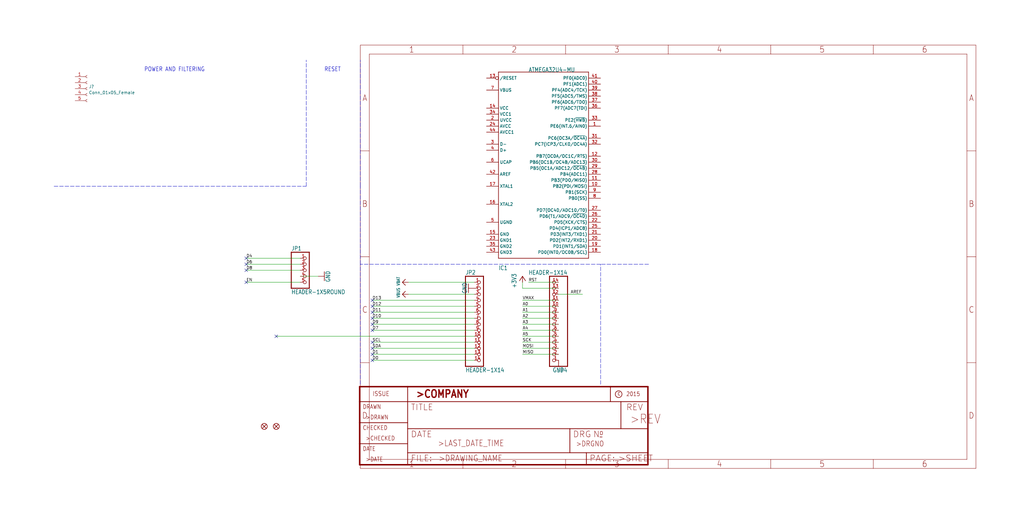
<source format=kicad_sch>
(kicad_sch (version 20211123) (generator eeschema)
  (paper "User" 433.07 220.421)
  (lib_symbols
    (symbol "Connector:Conn_01x05_Female" (pin_names (offset 1.016) hide)
      (property "Reference" "J" (at 0 7.62 0))
      (property "Value" "Conn_01x05_Female" (at 0 -7.62 0))
      (symbol "Conn_01x05_Female_1_1"
        (arc (start 0 -4.572) (mid -0.508 -5.08) (end 0 -5.588) (stroke (width 0.1524)))
        (arc (start 0 -2.032) (mid -0.508 -2.54) (end 0 -3.048) (stroke (width 0.1524)))
        (polyline (pts (xy -1.27 -5.08) (xy -0.508 -5.08)) (stroke (width 0.1524)))
        (polyline (pts (xy -1.27 -2.54) (xy -0.508 -2.54)) (stroke (width 0.1524)))
        (polyline (pts (xy -1.27 0) (xy -0.508 0)) (stroke (width 0.1524)))
        (polyline (pts (xy -1.27 2.54) (xy -0.508 2.54)) (stroke (width 0.1524)))
        (polyline (pts (xy -1.27 5.08) (xy -0.508 5.08)) (stroke (width 0.1524)))
        (arc (start 0 0.508) (mid -0.508 0) (end 0 -0.508) (stroke (width 0.1524)))
        (arc (start 0 3.048) (mid -0.508 2.54) (end 0 2.032) (stroke (width 0.1524)))
        (arc (start 0 5.588) (mid -0.508 5.08) (end 0 4.572) (stroke (width 0.1524)))
        (pin passive line (at -5.08 5.08 0) (length 3.81) (name "Pin_1") (number "1"))
        (pin passive line (at -5.08 2.54 0) (length 3.81) (name "Pin_2") (number "2"))
        (pin passive line (at -5.08 0 0) (length 3.81) (name "Pin_3") (number "3"))
        (pin passive line (at -5.08 -2.54 0) (length 3.81) (name "Pin_4") (number "4"))
        (pin passive line (at -5.08 -5.08 0) (length 3.81) (name "Pin_5") (number "5"))
      )
    )
    (symbol "Itsy Bitsy 32u4 3V-eagle-import:+3V3" (power)
      (property "Value" "+3V3" (at -2.54 -5.08 90))
      (symbol "+3V3_1_0"
        (polyline (pts (xy 0 0) (xy -1.27 -1.905)) (stroke (width 0.254)))
        (polyline (pts (xy 1.27 -1.905) (xy 0 0)) (stroke (width 0.254)))
        (pin power_in line (at 0 -2.54 90) (length 2.54) (name "+3V3") (number "1"))
      )
    )
    (symbol "Itsy Bitsy 32u4 3V-eagle-import:ATMEGA32U4-MU"
      (property "Reference" "IC" (at -17.78 -38.1 0))
      (property "Value" "ATMEGA32U4-MU" (at -5.08 45.72 0))
      (symbol "ATMEGA32U4-MU_1_0"
        (polyline (pts (xy -17.78 -33.02) (xy -17.78 45.72)) (stroke (width 0.254)))
        (polyline (pts (xy -17.78 45.72) (xy 20.32 45.72)) (stroke (width 0.254)))
        (polyline (pts (xy 20.32 -33.02) (xy -17.78 -33.02)) (stroke (width 0.254)))
        (polyline (pts (xy 20.32 45.72) (xy 20.32 -33.02)) (stroke (width 0.254)))
        (pin bidirectional line (at 25.4 22.86 180) (length 5.08) (name "PE6(INT.6/AIN0)") (number "1"))
        (pin bidirectional line (at 25.4 -2.54 180) (length 5.08) (name "PB2(PDI/MOSI)") (number "10"))
        (pin bidirectional line (at 25.4 0 180) (length 5.08) (name "PB3(PDO/MISO)") (number "11"))
        (pin bidirectional line (at 25.4 10.16 180) (length 5.08) (name "PB7(OC0A/OC1C/RTS)") (number "12"))
        (pin bidirectional inverted (at -22.86 43.18 0) (length 5.08) (name "/RESET") (number "13"))
        (pin bidirectional line (at -22.86 30.48 0) (length 5.08) (name "VCC") (number "14"))
        (pin bidirectional line (at -22.86 -22.86 0) (length 5.08) (name "GND") (number "15"))
        (pin bidirectional line (at -22.86 -10.16 0) (length 5.08) (name "XTAL2") (number "16"))
        (pin bidirectional line (at -22.86 -2.54 0) (length 5.08) (name "XTAL1") (number "17"))
        (pin bidirectional line (at 25.4 -30.48 180) (length 5.08) (name "PD0(INT0/OC0B/SCL)") (number "18"))
        (pin bidirectional line (at 25.4 -27.94 180) (length 5.08) (name "PD1(INT1/SDA)") (number "19"))
        (pin bidirectional line (at -22.86 25.4 0) (length 5.08) (name "UVCC") (number "2"))
        (pin bidirectional line (at 25.4 -25.4 180) (length 5.08) (name "PD2(INT2/RXD1)") (number "20"))
        (pin bidirectional line (at 25.4 -22.86 180) (length 5.08) (name "PD3(INT3/TXD1)") (number "21"))
        (pin bidirectional line (at 25.4 -17.78 180) (length 5.08) (name "PD5(XCK/CTS)") (number "22"))
        (pin bidirectional line (at -22.86 -25.4 0) (length 5.08) (name "GND1") (number "23"))
        (pin bidirectional line (at -22.86 22.86 0) (length 5.08) (name "AVCC") (number "24"))
        (pin bidirectional line (at 25.4 -20.32 180) (length 5.08) (name "PD4(ICP1/ADC8)") (number "25"))
        (pin bidirectional line (at 25.4 -15.24 180) (length 5.08) (name "PD6(T1/ADC9/~{OC4D})") (number "26"))
        (pin bidirectional line (at 25.4 -12.7 180) (length 5.08) (name "PD7(OC4D/ADC10/T0)") (number "27"))
        (pin bidirectional line (at 25.4 2.54 180) (length 5.08) (name "PB4(ADC11)") (number "28"))
        (pin bidirectional line (at 25.4 5.08 180) (length 5.08) (name "PB5(OC1A/ADC12/~{OC4B})") (number "29"))
        (pin bidirectional line (at -22.86 15.24 0) (length 5.08) (name "D-") (number "3"))
        (pin bidirectional line (at 25.4 7.62 180) (length 5.08) (name "PB6(OC1B/OC4B/ADC13)") (number "30"))
        (pin bidirectional line (at 25.4 17.78 180) (length 5.08) (name "PC6(OC3A/~{OC4A})") (number "31"))
        (pin bidirectional line (at 25.4 15.24 180) (length 5.08) (name "PC7(ICP3/CLK0/OC4A)") (number "32"))
        (pin bidirectional line (at 25.4 25.4 180) (length 5.08) (name "PE2(~{HWB})") (number "33"))
        (pin bidirectional line (at -22.86 27.94 0) (length 5.08) (name "VCC1") (number "34"))
        (pin bidirectional line (at -22.86 -27.94 0) (length 5.08) (name "GND2") (number "35"))
        (pin bidirectional line (at 25.4 30.48 180) (length 5.08) (name "PF7(ADC7(TDI)") (number "36"))
        (pin bidirectional line (at 25.4 33.02 180) (length 5.08) (name "PF6(ADC6/TDO)") (number "37"))
        (pin bidirectional line (at 25.4 35.56 180) (length 5.08) (name "PF5(ADC5/TMS)") (number "38"))
        (pin bidirectional line (at 25.4 38.1 180) (length 5.08) (name "PF4(ADC4/TCK)") (number "39"))
        (pin bidirectional line (at -22.86 12.7 0) (length 5.08) (name "D+") (number "4"))
        (pin bidirectional line (at 25.4 40.64 180) (length 5.08) (name "PF1(ADC1)") (number "40"))
        (pin bidirectional line (at 25.4 43.18 180) (length 5.08) (name "PF0(ADC0)") (number "41"))
        (pin bidirectional line (at -22.86 2.54 0) (length 5.08) (name "AREF") (number "42"))
        (pin bidirectional line (at -22.86 -30.48 0) (length 5.08) (name "GND3") (number "43"))
        (pin bidirectional line (at -22.86 20.32 0) (length 5.08) (name "AVCC1") (number "44"))
        (pin bidirectional line (at -22.86 -17.78 0) (length 5.08) (name "UGND") (number "5"))
        (pin bidirectional line (at -22.86 7.62 0) (length 5.08) (name "UCAP") (number "6"))
        (pin bidirectional line (at -22.86 38.1 0) (length 5.08) (name "VBUS") (number "7"))
        (pin bidirectional line (at 25.4 -7.62 180) (length 5.08) (name "PB0(SS)") (number "8"))
        (pin bidirectional line (at 25.4 -5.08 180) (length 5.08) (name "PB1(SCK)") (number "9"))
      )
    )
    (symbol "Itsy Bitsy 32u4 3V-eagle-import:FIDUCIAL{dblquote}{dblquote}"
      (symbol "FIDUCIAL{dblquote}{dblquote}_1_0"
        (polyline (pts (xy -0.762 0.762) (xy 0.762 -0.762)) (stroke (width 0.254)))
        (polyline (pts (xy 0.762 0.762) (xy -0.762 -0.762)) (stroke (width 0.254)))
        (circle (center 0 0) (radius 1.27) (stroke (width 0.254)))
      )
    )
    (symbol "Itsy Bitsy 32u4 3V-eagle-import:FRAME_A4"
      (symbol "FRAME_A4_0_0"
        (polyline (pts (xy 0 44.7675) (xy 3.81 44.7675)))
        (polyline (pts (xy 0 89.535) (xy 3.81 89.535)))
        (polyline (pts (xy 0 134.3025) (xy 3.81 134.3025)))
        (polyline (pts (xy 3.81 3.81) (xy 3.81 175.26)))
        (polyline (pts (xy 43.3917 0) (xy 43.3917 3.81)))
        (polyline (pts (xy 43.3917 175.26) (xy 43.3917 179.07)))
        (polyline (pts (xy 86.7833 0) (xy 86.7833 3.81)))
        (polyline (pts (xy 86.7833 175.26) (xy 86.7833 179.07)))
        (polyline (pts (xy 130.175 0) (xy 130.175 3.81)))
        (polyline (pts (xy 130.175 175.26) (xy 130.175 179.07)))
        (polyline (pts (xy 173.5667 0) (xy 173.5667 3.81)))
        (polyline (pts (xy 173.5667 175.26) (xy 173.5667 179.07)))
        (polyline (pts (xy 216.9583 0) (xy 216.9583 3.81)))
        (polyline (pts (xy 216.9583 175.26) (xy 216.9583 179.07)))
        (polyline (pts (xy 256.54 3.81) (xy 3.81 3.81)))
        (polyline (pts (xy 256.54 3.81) (xy 256.54 175.26)))
        (polyline (pts (xy 256.54 44.7675) (xy 260.35 44.7675)))
        (polyline (pts (xy 256.54 89.535) (xy 260.35 89.535)))
        (polyline (pts (xy 256.54 134.3025) (xy 260.35 134.3025)))
        (polyline (pts (xy 256.54 175.26) (xy 3.81 175.26)))
        (polyline (pts (xy 0 0) (xy 260.35 0) (xy 260.35 179.07) (xy 0 179.07) (xy 0 0)))
        (text "1" (at 21.6958 1.905 0) (effects (font (size 2.54 2.286))))
        (text "1" (at 21.6958 177.165 0) (effects (font (size 2.54 2.286))))
        (text "2" (at 65.0875 1.905 0) (effects (font (size 2.54 2.286))))
        (text "2" (at 65.0875 177.165 0) (effects (font (size 2.54 2.286))))
        (text "3" (at 108.4792 1.905 0) (effects (font (size 2.54 2.286))))
        (text "3" (at 108.4792 177.165 0) (effects (font (size 2.54 2.286))))
        (text "4" (at 151.8708 1.905 0) (effects (font (size 2.54 2.286))))
        (text "4" (at 151.8708 177.165 0) (effects (font (size 2.54 2.286))))
        (text "5" (at 195.2625 1.905 0) (effects (font (size 2.54 2.286))))
        (text "5" (at 195.2625 177.165 0) (effects (font (size 2.54 2.286))))
        (text "6" (at 238.6542 1.905 0) (effects (font (size 2.54 2.286))))
        (text "6" (at 238.6542 177.165 0) (effects (font (size 2.54 2.286))))
        (text "A" (at 1.905 156.6863 0) (effects (font (size 2.54 2.286))))
        (text "A" (at 258.445 156.6863 0) (effects (font (size 2.54 2.286))))
        (text "B" (at 1.905 111.9188 0) (effects (font (size 2.54 2.286))))
        (text "B" (at 258.445 111.9188 0) (effects (font (size 2.54 2.286))))
        (text "C" (at 1.905 67.1513 0) (effects (font (size 2.54 2.286))))
        (text "C" (at 258.445 67.1513 0) (effects (font (size 2.54 2.286))))
        (text "D" (at 1.905 22.3838 0) (effects (font (size 2.54 2.286))))
        (text "D" (at 258.445 22.3838 0) (effects (font (size 2.54 2.286))))
      )
      (symbol "FRAME_A4_1_0"
        (polyline (pts (xy 256.54 3.81) (xy 256.54 8.89)) (stroke (width 0.1016)))
        (polyline (pts (xy 256.54 8.89) (xy 256.54 13.97)) (stroke (width 0.1016)))
        (polyline (pts (xy 256.54 13.97) (xy 256.54 19.05)) (stroke (width 0.1016)))
        (polyline (pts (xy 256.54 19.05) (xy 256.54 36.83)) (stroke (width 0.1016)))
      )
      (symbol "FRAME_A4_2_0"
        (polyline (pts (xy -0.3048 1.5748) (xy 20.0152 1.5748)) (stroke (width 0.6096)))
        (polyline (pts (xy -0.3048 10.4648) (xy -0.3048 1.5748)) (stroke (width 0.6096)))
        (polyline (pts (xy -0.3048 10.4648) (xy 20.0152 10.4648)) (stroke (width 0.3048)))
        (polyline (pts (xy -0.3048 19.3548) (xy -0.3048 10.4648)) (stroke (width 0.6096)))
        (polyline (pts (xy -0.3048 19.3548) (xy 20.0152 19.3548)) (stroke (width 0.3048)))
        (polyline (pts (xy -0.3048 28.2448) (xy -0.3048 19.3548)) (stroke (width 0.6096)))
        (polyline (pts (xy -0.3048 28.2448) (xy 20.0152 28.2448)) (stroke (width 0.3048)))
        (polyline (pts (xy -0.3048 34.5948) (xy -0.3048 28.2448)) (stroke (width 0.6096)))
        (polyline (pts (xy 20.0152 1.5748) (xy 20.0152 6.6548)) (stroke (width 0.3048)))
        (polyline (pts (xy 20.0152 1.5748) (xy 95.5802 1.5748)) (stroke (width 0.6096)))
        (polyline (pts (xy 20.0152 6.6548) (xy 20.0152 10.4648)) (stroke (width 0.3048)))
        (polyline (pts (xy 20.0152 6.6548) (xy 88.5952 6.6548)) (stroke (width 0.3048)))
        (polyline (pts (xy 20.0152 10.4648) (xy 20.0152 16.8148)) (stroke (width 0.3048)))
        (polyline (pts (xy 20.0152 16.8148) (xy 20.0152 19.3548)) (stroke (width 0.3048)))
        (polyline (pts (xy 20.0152 19.3548) (xy 20.0152 28.2448)) (stroke (width 0.3048)))
        (polyline (pts (xy 20.0152 28.2448) (xy 20.0152 34.5948)) (stroke (width 0.3048)))
        (polyline (pts (xy 20.0152 28.2448) (xy 105.7402 28.2448)) (stroke (width 0.3048)))
        (polyline (pts (xy 20.0152 34.5948) (xy -0.3048 34.5948)) (stroke (width 0.6096)))
        (polyline (pts (xy 88.5952 6.6548) (xy 95.5802 6.6548)) (stroke (width 0.3048)))
        (polyline (pts (xy 88.5952 16.8148) (xy 20.0152 16.8148)) (stroke (width 0.3048)))
        (polyline (pts (xy 88.5952 16.8148) (xy 88.5952 6.6548)) (stroke (width 0.3048)))
        (polyline (pts (xy 95.5802 1.5748) (xy 121.6152 1.5748)) (stroke (width 0.6096)))
        (polyline (pts (xy 95.5802 6.6548) (xy 95.5802 1.5748)) (stroke (width 0.3048)))
        (polyline (pts (xy 95.5802 6.6548) (xy 121.6152 6.6548)) (stroke (width 0.3048)))
        (polyline (pts (xy 101.2952 13.3223) (xy 102.2477 13.3223)) (stroke (width 0.254)))
        (polyline (pts (xy 105.7402 28.2448) (xy 105.7402 34.5948)) (stroke (width 0.3048)))
        (polyline (pts (xy 105.7402 28.2448) (xy 110.1852 28.2448)) (stroke (width 0.3048)))
        (polyline (pts (xy 105.7402 34.5948) (xy 20.0152 34.5948)) (stroke (width 0.6096)))
        (polyline (pts (xy 110.1852 16.8148) (xy 88.5952 16.8148)) (stroke (width 0.3048)))
        (polyline (pts (xy 110.1852 28.2448) (xy 110.1852 16.8148)) (stroke (width 0.3048)))
        (polyline (pts (xy 110.1852 28.2448) (xy 121.6152 28.2448)) (stroke (width 0.3048)))
        (polyline (pts (xy 121.6152 6.6548) (xy 121.6152 1.5748)) (stroke (width 0.6096)))
        (polyline (pts (xy 121.6152 16.8148) (xy 110.1852 16.8148)) (stroke (width 0.3048)))
        (polyline (pts (xy 121.6152 16.8148) (xy 121.6152 6.6548)) (stroke (width 0.6096)))
        (polyline (pts (xy 121.6152 28.2448) (xy 121.6152 16.8148)) (stroke (width 0.6096)))
        (polyline (pts (xy 121.6152 34.5948) (xy 105.7402 34.5948)) (stroke (width 0.6096)))
        (polyline (pts (xy 121.6152 34.5948) (xy 121.6152 28.2448)) (stroke (width 0.6096)))
        (circle (center 109.2327 31.4198) (radius 1.4199) (stroke (width 0.254)))
        (text "2015" (at 112.4077 30.4673 0) (effects (font (size 1.778 1.5113)) (justify left bottom)))
        (text ">CHECKED" (at 2.2352 11.7348 0) (effects (font (size 1.778 1.5113)) (justify left bottom)))
        (text ">COMPANY" (at 23.349 29.6735 0) (effects (font (size 3.175 2.6987) (thickness 0.5397) bold) (justify left bottom)))
        (text ">DATE" (at 2.2352 2.8448 0) (effects (font (size 1.778 1.5113)) (justify left bottom)))
        (text ">DRAWING_NAME" (at 33.0327 2.8448 0) (effects (font (size 2.54 2.159)) (justify left bottom)))
        (text ">DRAWN" (at 2.2352 20.6248 0) (effects (font (size 1.778 1.5113)) (justify left bottom)))
        (text ">DRGNO" (at 91.1352 9.1948 0) (effects (font (size 2.1844 1.8567)) (justify left bottom)))
        (text ">LAST_DATE_TIME" (at 32.7152 9.1948 0) (effects (font (size 2.54 2.159)) (justify left bottom)))
        (text ">REV" (at 113.9952 18.7198 0) (effects (font (size 3.81 3.2385)) (justify left bottom)))
        (text ">SHEET" (at 108.9152 2.8448 0) (effects (font (size 2.54 2.54)) (justify left bottom)))
        (text "C" (at 108.7564 30.7848 0) (effects (font (size 1.27 1.0795)) (justify left bottom)))
        (text "CHECKED" (at 0.9652 16.1798 0) (effects (font (size 1.778 1.5113)) (justify left bottom)))
        (text "DATE" (at 0.9652 7.2898 0) (effects (font (size 1.778 1.5113)) (justify left bottom)))
        (text "DATE" (at 21.2852 13.0048 0) (effects (font (size 2.54 2.54)) (justify left bottom)))
        (text "DRAWN" (at 0.9652 25.0698 0) (effects (font (size 1.778 1.5113)) (justify left bottom)))
        (text "DRG" (at 89.8652 13.0048 0) (effects (font (size 2.54 2.54)) (justify left bottom)))
        (text "FILE:" (at 21.2852 2.8448 0) (effects (font (size 2.54 2.54)) (justify left bottom)))
        (text "ISSUE" (at 5.0927 30.4673 0) (effects (font (size 1.9304 1.6408)) (justify left bottom)))
        (text "N" (at 98.4377 13.0048 0) (effects (font (size 2.54 2.54)) (justify left bottom)))
        (text "o" (at 100.9777 13.9573 0) (effects (font (size 2.1844 1.8567)) (justify left bottom)))
        (text "PAGE:" (at 96.8502 2.8448 0) (effects (font (size 2.54 2.54)) (justify left bottom)))
        (text "REV" (at 112.4077 24.4348 0) (effects (font (size 2.54 2.54)) (justify left bottom)))
        (text "TITLE" (at 21.2852 24.4348 0) (effects (font (size 2.54 2.54)) (justify left bottom)))
      )
    )
    (symbol "Itsy Bitsy 32u4 3V-eagle-import:GND" (power)
      (property "Value" "GND" (at -2.54 -2.54 0))
      (symbol "GND_1_0"
        (polyline (pts (xy -1.905 0) (xy 1.905 0)) (stroke (width 0.254)))
        (pin power_in line (at 0 2.54 270) (length 2.54) (name "GND") (number "1"))
      )
    )
    (symbol "Itsy Bitsy 32u4 3V-eagle-import:HEADER-1X14"
      (property "Reference" "JP" (at -6.35 20.955 0))
      (property "Value" "HEADER-1X14" (at -6.35 -20.32 0))
      (symbol "HEADER-1X14_1_0"
        (polyline (pts (xy -6.35 -17.78) (xy 1.27 -17.78)) (stroke (width 0.4064)))
        (polyline (pts (xy -6.35 20.32) (xy -6.35 -17.78)) (stroke (width 0.4064)))
        (polyline (pts (xy 1.27 -17.78) (xy 1.27 20.32)) (stroke (width 0.4064)))
        (polyline (pts (xy 1.27 20.32) (xy -6.35 20.32)) (stroke (width 0.4064)))
        (pin passive inverted (at -2.54 17.78 0) (length 2.54) (name "1") (number "1"))
        (pin passive inverted (at -2.54 -5.08 0) (length 2.54) (name "10") (number "10"))
        (pin passive inverted (at -2.54 -7.62 0) (length 2.54) (name "11") (number "11"))
        (pin passive inverted (at -2.54 -10.16 0) (length 2.54) (name "12") (number "12"))
        (pin passive inverted (at -2.54 -12.7 0) (length 2.54) (name "13") (number "13"))
        (pin passive inverted (at -2.54 -15.24 0) (length 2.54) (name "14") (number "14"))
        (pin passive inverted (at -2.54 15.24 0) (length 2.54) (name "2") (number "2"))
        (pin passive inverted (at -2.54 12.7 0) (length 2.54) (name "3") (number "3"))
        (pin passive inverted (at -2.54 10.16 0) (length 2.54) (name "4") (number "4"))
        (pin passive inverted (at -2.54 7.62 0) (length 2.54) (name "5") (number "5"))
        (pin passive inverted (at -2.54 5.08 0) (length 2.54) (name "6") (number "6"))
        (pin passive inverted (at -2.54 2.54 0) (length 2.54) (name "7") (number "7"))
        (pin passive inverted (at -2.54 0 0) (length 2.54) (name "8") (number "8"))
        (pin passive inverted (at -2.54 -2.54 0) (length 2.54) (name "9") (number "9"))
      )
    )
    (symbol "Itsy Bitsy 32u4 3V-eagle-import:HEADER-1X5ROUND"
      (property "Reference" "JP" (at -6.35 8.255 0))
      (property "Value" "HEADER-1X5ROUND" (at -6.35 -10.16 0))
      (symbol "HEADER-1X5ROUND_1_0"
        (polyline (pts (xy -6.35 -7.62) (xy 1.27 -7.62)) (stroke (width 0.4064)))
        (polyline (pts (xy -6.35 7.62) (xy -6.35 -7.62)) (stroke (width 0.4064)))
        (polyline (pts (xy 1.27 -7.62) (xy 1.27 7.62)) (stroke (width 0.4064)))
        (polyline (pts (xy 1.27 7.62) (xy -6.35 7.62)) (stroke (width 0.4064)))
        (pin passive inverted (at -2.54 5.08 0) (length 2.54) (name "1") (number "1"))
        (pin passive inverted (at -2.54 2.54 0) (length 2.54) (name "2") (number "2"))
        (pin passive inverted (at -2.54 0 0) (length 2.54) (name "3") (number "3"))
        (pin passive inverted (at -2.54 -2.54 0) (length 2.54) (name "4") (number "4"))
        (pin passive inverted (at -2.54 -5.08 0) (length 2.54) (name "5") (number "5"))
      )
    )
    (symbol "Itsy Bitsy 32u4 3V-eagle-import:VBAT" (power)
      (property "Value" "VBAT" (at -1.524 1.016 0))
      (symbol "VBAT_1_0"
        (polyline (pts (xy -1.27 -1.27) (xy 0 0)) (stroke (width 0.254)))
        (polyline (pts (xy 0 0) (xy 1.27 -1.27)) (stroke (width 0.254)))
        (pin power_in line (at 0 -2.54 90) (length 2.54) (name "VBAT") (number "1"))
      )
    )
    (symbol "Itsy Bitsy 32u4 3V-eagle-import:VBUS" (power)
      (property "Value" "VBUS" (at -1.524 1.016 0))
      (symbol "VBUS_1_0"
        (polyline (pts (xy -1.27 -1.27) (xy 0 0)) (stroke (width 0.254)))
        (polyline (pts (xy 0 0) (xy 1.27 -1.27)) (stroke (width 0.254)))
        (pin power_in line (at 0 -2.54 90) (length 2.54) (name "VBUS") (number "1"))
      )
    )
  )
  (no_connect (at 116.84 142.24))
  (no_connect (at 157.48 127))
  (no_connect (at 157.48 129.54))
  (no_connect (at 157.48 132.08))
  (no_connect (at 157.48 134.62))
  (no_connect (at 157.48 152.4))
  (no_connect (at 157.48 137.16))
  (no_connect (at 157.48 139.7))
  (no_connect (at 157.48 144.78))
  (no_connect (at 157.48 147.32))
  (no_connect (at 157.48 149.86))
  (no_connect (at 104.14 109.22))
  (no_connect (at 104.14 111.76))
  (no_connect (at 104.14 114.3))
  (no_connect (at 104.14 119.38))
  (polyline (pts (xy 129.54 78.74) (xy 129.54 25.4)))
  (polyline (pts (xy 254 111.76) (xy 152.4 111.76)))
  (wire (pts (xy 236.22 144.78) (xy 220.98 144.78)))
  (polyline (pts (xy 152.4 162.56) (xy 152.4 111.76)))
  (wire (pts (xy 200.66 124.46) (xy 172.72 124.46)))
  (wire (pts (xy 236.22 129.54) (xy 220.98 129.54)))
  (wire (pts (xy 220.98 119.38) (xy 220.98 121.92)))
  (wire (pts (xy 200.66 137.16) (xy 157.48 137.16)))
  (wire (pts (xy 236.22 124.46) (xy 246.38 124.46)))
  (wire (pts (xy 200.66 144.78) (xy 157.48 144.78)))
  (wire (pts (xy 236.22 134.62) (xy 220.98 134.62)))
  (wire (pts (xy 157.48 129.54) (xy 200.66 129.54)))
  (polyline (pts (xy 274.32 111.76) (xy 254 111.76)))
  (polyline (pts (xy 152.4 78.74) (xy 152.4 25.4)))
  (wire (pts (xy 236.22 127) (xy 220.98 127)))
  (wire (pts (xy 220.98 149.86) (xy 236.22 149.86)))
  (wire (pts (xy 127 119.38) (xy 104.14 119.38)))
  (wire (pts (xy 157.48 149.86) (xy 200.66 149.86)))
  (wire (pts (xy 220.98 121.92) (xy 236.22 121.92)))
  (wire (pts (xy 236.22 139.7) (xy 220.98 139.7)))
  (wire (pts (xy 200.66 152.4) (xy 157.48 152.4)))
  (wire (pts (xy 134.62 116.84) (xy 127 116.84)))
  (wire (pts (xy 127 114.3) (xy 104.14 114.3)))
  (polyline (pts (xy 152.4 111.76) (xy 152.4 78.74)))
  (wire (pts (xy 200.66 127) (xy 157.48 127)))
  (wire (pts (xy 236.22 147.32) (xy 220.98 147.32)))
  (wire (pts (xy 157.48 139.7) (xy 200.66 139.7)))
  (wire (pts (xy 157.48 134.62) (xy 200.66 134.62)))
  (wire (pts (xy 220.98 132.08) (xy 236.22 132.08)))
  (wire (pts (xy 220.98 142.24) (xy 236.22 142.24)))
  (wire (pts (xy 236.22 119.38) (xy 223.52 119.38)))
  (wire (pts (xy 127 109.22) (xy 104.14 109.22)))
  (wire (pts (xy 172.72 119.38) (xy 200.66 119.38)))
  (polyline (pts (xy 22.86 78.74) (xy 129.54 78.74)))
  (wire (pts (xy 157.48 147.32) (xy 200.66 147.32)))
  (wire (pts (xy 220.98 137.16) (xy 236.22 137.16)))
  (polyline (pts (xy 254 162.56) (xy 254 111.76)))
  (wire (pts (xy 104.14 111.76) (xy 127 111.76)))
  (wire (pts (xy 116.84 142.24) (xy 200.66 142.24)))
  (wire (pts (xy 200.66 132.08) (xy 157.48 132.08)))
  (text "POWER AND FILTERING" (at 60.96 30.48 180) (effects (font (size 1.778 1.5113)) (justify left bottom)))
  (text "RESET" (at 137.16 30.48 180) (effects (font (size 1.778 1.5113)) (justify left bottom)))
  (label "D11" (at 157.48 132.08 0) (effects (font (size 1.2446 1.2446))))
  (label "RST" (at 223.52 119.38 0) (effects (font (size 1.2446 1.2446))))
  (label "MISO" (at 220.98 149.86 0) (effects (font (size 1.2446 1.2446))))
  (label "D4" (at 104.14 109.22 0) (effects (font (size 1.2446 1.2446))))
  (label "A1" (at 220.98 132.08 0) (effects (font (size 1.2446 1.2446))))
  (label "SDA" (at 157.48 147.32 0) (effects (font (size 1.2446 1.2446))))
  (label "D6" (at 104.14 111.76 0) (effects (font (size 1.2446 1.2446))))
  (label "SCL" (at 157.48 144.78 0) (effects (font (size 1.2446 1.2446))))
  (label "D10" (at 157.48 134.62 0) (effects (font (size 1.2446 1.2446))))
  (label "D0" (at 157.48 152.4 0) (effects (font (size 1.2446 1.2446))))
  (label "A5" (at 220.98 142.24 0) (effects (font (size 1.2446 1.2446))))
  (label "EN" (at 104.14 119.38 0) (effects (font (size 1.2446 1.2446))))
  (label "D8" (at 104.14 114.3 0) (effects (font (size 1.2446 1.2446))))
  (label "AREF" (at 241.3 124.46 0) (effects (font (size 1.2446 1.2446))))
  (label "D9" (at 157.48 137.16 0) (effects (font (size 1.2446 1.2446))))
  (label "D1" (at 157.48 149.86 0) (effects (font (size 1.2446 1.2446))))
  (label "A0" (at 220.98 129.54 0) (effects (font (size 1.2446 1.2446))))
  (label "A3" (at 220.98 137.16 0) (effects (font (size 1.2446 1.2446))))
  (label "D13" (at 157.48 127 0) (effects (font (size 1.2446 1.2446))))
  (label "VMAX" (at 220.98 127 0) (effects (font (size 1.2446 1.2446))))
  (label "D7" (at 157.48 139.7 0) (effects (font (size 1.2446 1.2446))))
  (label "MOSI" (at 220.98 147.32 0) (effects (font (size 1.2446 1.2446))))
  (label "D12" (at 157.48 129.54 0) (effects (font (size 1.2446 1.2446))))
  (label "A4" (at 220.98 139.7 0) (effects (font (size 1.2446 1.2446))))
  (label "SCK" (at 220.98 144.78 0) (effects (font (size 1.2446 1.2446))))
  (label "A2" (at 220.98 134.62 0) (effects (font (size 1.2446 1.2446))))
  (symbol (lib_id "Itsy Bitsy 32u4 3V-eagle-import:HEADER-1X14") (at 233.68 134.62 180)
    (property "Reference" "JP4" (at 240.03 155.575 0) (effects (font (size 1.778 1.5113)) (justify left bottom)))
    (property "Value" "HEADER-1X14" (at 240.03 114.3 0) (effects (font (size 1.778 1.5113)) (justify left bottom)))
    (property "Footprint" "Itsy Bitsy 32u4 3V:1X14_ROUND70" (effects hide))
  )
  (symbol (lib_id "Itsy Bitsy 32u4 3V-eagle-import:VBAT") (at 170.18 119.38 90)
    (property "Reference" "#U$020" (effects hide))
    (property "Value" "VBAT" (at 169.164 120.904 0) (effects (font (size 1.27 1.0795)) (justify left bottom)))
    (property "Footprint" "Itsy Bitsy 32u4 3V:" (effects hide))
  )
  (symbol (lib_id "Itsy Bitsy 32u4 3V-eagle-import:FIDUCIAL{dblquote}{dblquote}") (at 111.76 180.34 0)
    (property "Reference" "U$35" (effects hide))
    (property "Value" "FIDUCIAL{dblquote}{dblquote}" (effects hide))
    (property "Footprint" "Itsy Bitsy 32u4 3V:FIDUCIAL_1MM" (effects hide))
  )
  (symbol (lib_id "Itsy Bitsy 32u4 3V-eagle-import:HEADER-1X5ROUND") (at 129.54 114.3 0)
    (property "Reference" "JP1" (at 123.19 106.045 0) (effects (font (size 1.778 1.5113)) (justify left bottom)))
    (property "Value" "HEADER-1X5ROUND" (at 123.19 124.46 0) (effects (font (size 1.778 1.5113)) (justify left bottom)))
    (property "Footprint" "Itsy Bitsy 32u4 3V:1X05_ROUND" (effects hide))
  )
  (symbol (lib_id "Itsy Bitsy 32u4 3V-eagle-import:VBUS") (at 170.18 124.46 90)
    (property "Reference" "#U$019" (effects hide))
    (property "Value" "VBUS" (at 169.164 125.984 0) (effects (font (size 1.27 1.0795)) (justify left bottom)))
    (property "Footprint" "Itsy Bitsy 32u4 3V:" (effects hide))
  )
  (symbol (lib_id "Connector:Conn_01x05_Female") (at 36.83 37.465 0) (unit 1)
    (property "Reference" "J?" (at 37.5412 36.6303 0) (effects (justify left)))
    (property "Value" "Conn_01x05_Female" (at 37.5412 39.1672 0) (effects (justify left)))
  )
  (symbol (lib_id "Itsy Bitsy 32u4 3V-eagle-import:+3V3") (at 220.98 116.84 0)
    (property "Reference" "#+3V01" (effects hide))
    (property "Value" "+3V3" (at 218.44 121.92 90) (effects (font (size 1.778 1.5113)) (justify left bottom)))
    (property "Footprint" "Itsy Bitsy 32u4 3V:" (effects hide))
  )
  (symbol (lib_id "Itsy Bitsy 32u4 3V-eagle-import:FIDUCIAL{dblquote}{dblquote}") (at 116.84 180.34 0)
    (property "Reference" "U$34" (effects hide))
    (property "Value" "FIDUCIAL{dblquote}{dblquote}" (effects hide))
    (property "Footprint" "Itsy Bitsy 32u4 3V:FIDUCIAL_1MM" (effects hide))
  )
  (symbol (lib_id "Itsy Bitsy 32u4 3V-eagle-import:GND") (at 198.12 121.92 270)
    (property "Reference" "#GND05" (effects hide))
    (property "Value" "GND" (at 195.58 119.38 0) (effects (font (size 1.778 1.5113)) (justify left bottom)))
    (property "Footprint" "Itsy Bitsy 32u4 3V:" (effects hide))
  )
  (symbol (lib_id "Itsy Bitsy 32u4 3V-eagle-import:HEADER-1X14") (at 203.2 137.16 0)
    (property "Reference" "JP2" (at 196.85 116.205 0) (effects (font (size 1.778 1.5113)) (justify left bottom)))
    (property "Value" "HEADER-1X14" (at 196.85 157.48 0) (effects (font (size 1.778 1.5113)) (justify left bottom)))
    (property "Footprint" "Itsy Bitsy 32u4 3V:1X14_ROUND70" (effects hide))
  )
  (symbol (lib_id "Itsy Bitsy 32u4 3V-eagle-import:ATMEGA32U4-MU") (at 228.6 76.2 0)
    (property "Reference" "IC1" (at 210.82 114.3 0) (effects (font (size 1.778 1.5113)) (justify left bottom)))
    (property "Value" "ATMEGA32U4-MU" (at 223.52 30.48 0) (effects (font (size 1.778 1.5113)) (justify left bottom)))
    (property "Footprint" "Itsy Bitsy 32u4 3V:TQFN44_7MM" (effects hide))
  )
  (symbol (lib_id "Itsy Bitsy 32u4 3V-eagle-import:GND") (at 137.16 116.84 90)
    (property "Reference" "#GND011" (effects hide))
    (property "Value" "GND" (at 139.7 119.38 0) (effects (font (size 1.778 1.5113)) (justify left bottom)))
    (property "Footprint" "Itsy Bitsy 32u4 3V:" (effects hide))
  )
  (symbol (lib_id "Itsy Bitsy 32u4 3V-eagle-import:GND") (at 236.22 154.94 0)
    (property "Reference" "#GND013" (effects hide))
    (property "Value" "GND" (at 233.68 157.48 0) (effects (font (size 1.778 1.5113)) (justify left bottom)))
    (property "Footprint" "Itsy Bitsy 32u4 3V:" (effects hide))
  )
  (symbol (lib_id "Itsy Bitsy 32u4 3V-eagle-import:FRAME_A4") (at 152.4 198.12 0)
    (property "Reference" "#FRAME1" (effects hide))
    (property "Value" "FRAME_A4" (effects hide))
    (property "Footprint" "Itsy Bitsy 32u4 3V:" (effects hide))
  )
)
</source>
